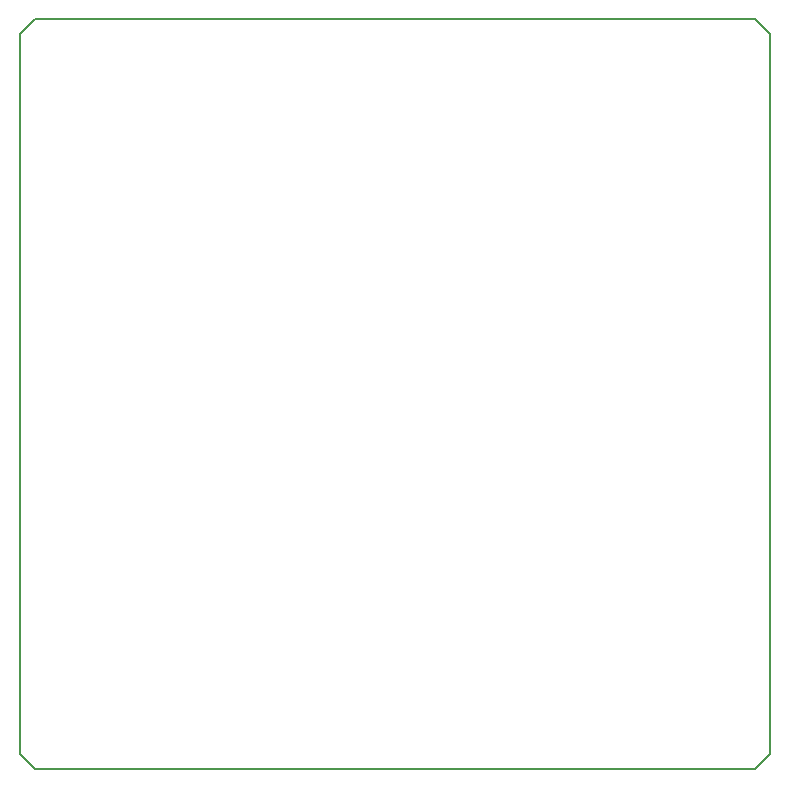
<source format=gm1>
G04*
G04 #@! TF.GenerationSoftware,Altium Limited,Altium Designer,23.8.1 (32)*
G04*
G04 Layer_Color=16711935*
%FSLAX25Y25*%
%MOIN*%
G70*
G04*
G04 #@! TF.SameCoordinates,69CDD0E5-7439-40E5-B8CE-76B83E1F4441*
G04*
G04*
G04 #@! TF.FilePolarity,Positive*
G04*
G01*
G75*
%ADD21C,0.00500*%
D21*
X125000Y-120098D02*
Y119902D01*
X120000Y-125099D02*
X125000Y-120098D01*
X-120000Y-125099D02*
X120000D01*
X-125000Y-120098D02*
X-120000Y-125099D01*
X-125000Y-120098D02*
Y119902D01*
X-120000Y124902D01*
X120000D01*
X125000Y119902D01*
M02*

</source>
